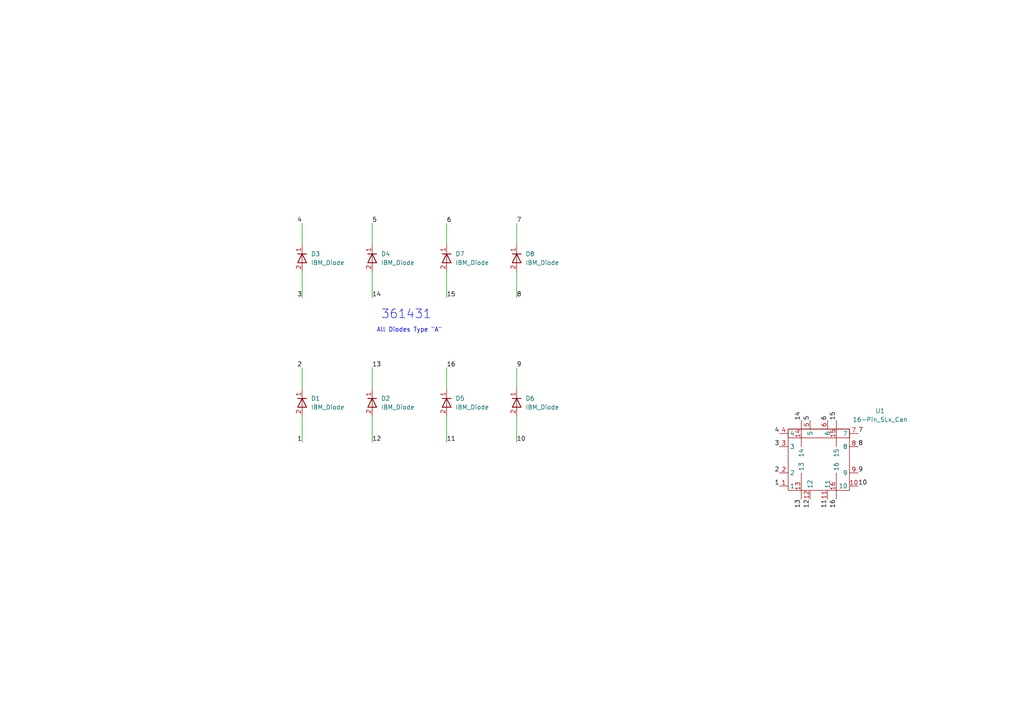
<source format=kicad_sch>
(kicad_sch (version 20211123) (generator eeschema)
  (paper "A4")
  (lib_symbols
    (symbol "IBM_SLT-SLD:16-Pin_SLx_Can"
      (property "Reference" "U" (at 0 -2.54 0))
      (property "Value" "16-Pin_SLx_Can" (at 0 0 0))
      (symbol "16-Pin_SLx_Can_0_1"
        (rectangle (start -8.89 8.89) (end 8.89 -8.89))
        (rectangle (start -8.89 8.89) (end 8.89 6.35))
      )
      (symbol "16-Pin_SLx_Can_1_1"
        (pin passive line (at -11.43 -7.62 0) (length 2.54) (name "1") (number "1"))
        (pin passive line (at 11.43 -7.62 180) (length 2.54) (name "10") (number "10"))
        (pin passive line (at 2.54 -11.43 90) (length 2.54) (name "11") (number "11"))
        (pin passive line (at -2.54 -11.43 90) (length 2.54) (name "12") (number "12"))
        (pin passive line (at -5.08 -11.43 90) (length 7.62) (name "13") (number "13"))
        (pin passive line (at -5.08 11.43 270) (length 7.62) (name "14") (number "14"))
        (pin passive line (at 5.08 11.43 270) (length 7.62) (name "15") (number "15"))
        (pin passive line (at 5.08 -11.43 90) (length 7.62) (name "16") (number "16"))
        (pin passive line (at -11.43 -3.81 0) (length 2.54) (name "2") (number "2"))
        (pin passive line (at -11.43 3.81 0) (length 2.54) (name "3") (number "3"))
        (pin passive line (at -11.43 7.62 0) (length 2.54) (name "4") (number "4"))
        (pin passive line (at -2.54 11.43 270) (length 2.54) (name "5") (number "5"))
        (pin passive line (at 2.54 11.43 270) (length 2.54) (name "6") (number "6"))
        (pin passive line (at 11.43 7.62 180) (length 2.54) (name "7") (number "7"))
        (pin passive line (at 11.43 3.81 180) (length 2.54) (name "8") (number "8"))
        (pin passive line (at 11.43 -3.81 180) (length 2.54) (name "9") (number "9"))
      )
    )
    (symbol "IBM_SLT-SLD:IBM_Diode"
      (property "Reference" "D" (at 0 5.08 0))
      (property "Value" "IBM_Diode" (at 0 2.54 0))
      (symbol "IBM_Diode_0_1"
        (polyline (pts (xy -1.27 1.27) (xy -1.27 -1.27)) (stroke (width 0.254)))
        (polyline (pts (xy 1.27 0) (xy -1.27 0)))
        (polyline (pts (xy 1.27 1.27) (xy 1.27 -1.27) (xy -1.27 0) (xy 1.27 1.27)) (stroke (width 0.254)))
      )
      (symbol "IBM_Diode_1_1"
        (pin passive line (at -3.81 0 0) (length 2.54) (name "K") (number "1"))
        (pin passive line (at 3.81 0 180) (length 2.54) (name "A") (number "2"))
      )
    )
  )
  (wire (pts (xy 129.54 64.77) (xy 129.54 71.12)))
  (wire (pts (xy 107.95 120.65) (xy 107.95 128.27)))
  (wire (pts (xy 129.54 78.74) (xy 129.54 86.36)))
  (wire (pts (xy 149.86 78.74) (xy 149.86 86.36)))
  (wire (pts (xy 107.95 64.77) (xy 107.95 71.12)))
  (wire (pts (xy 87.63 120.65) (xy 87.63 128.27)))
  (wire (pts (xy 149.86 120.65) (xy 149.86 128.27)))
  (wire (pts (xy 87.63 64.77) (xy 87.63 71.12)))
  (wire (pts (xy 129.54 120.65) (xy 129.54 128.27)))
  (wire (pts (xy 149.86 64.77) (xy 149.86 71.12)))
  (wire (pts (xy 107.95 78.74) (xy 107.95 86.36)))
  (wire (pts (xy 87.63 78.74) (xy 87.63 86.36)))
  (wire (pts (xy 149.86 106.68) (xy 149.86 113.03)))
  (wire (pts (xy 87.63 106.68) (xy 87.63 113.03)))
  (wire (pts (xy 129.54 106.68) (xy 129.54 113.03)))
  (wire (pts (xy 107.95 106.68) (xy 107.95 113.03)))
  (text "All Diodes Type \"A\"" (at 109.22 96.52 0) (effects (font (size 1.27 1.27)) (justify left bottom)))
  (text "361431" (at 110.49 92.71 0) (effects (font (size 2.54 2.54)) (justify left bottom)))
  (label "15" (at 129.54 86.36 0))
  (label "9" (at 248.92 137.16 0))
  (label "7" (at 248.92 125.73 0))
  (label "16" (at 242.57 144.78 270))
  (label "12" (at 107.95 128.27 0))
  (label "14" (at 107.95 86.36 0))
  (label "3" (at 87.63 86.36 180))
  (label "2" (at 87.63 106.68 180))
  (label "13" (at 107.95 106.68 0))
  (label "5" (at 234.95 121.92 90))
  (label "1" (at 87.63 128.27 180))
  (label "11" (at 240.03 144.78 270))
  (label "9" (at 149.86 106.68 0))
  (label "6" (at 129.54 64.77 0))
  (label "13" (at 232.41 144.78 270))
  (label "15" (at 242.57 121.92 90))
  (label "4" (at 87.63 64.77 180))
  (label "5" (at 107.95 64.77 0))
  (label "4" (at 226.06 125.73 180))
  (label "10" (at 248.92 140.97 0))
  (label "14" (at 232.41 121.92 90))
  (label "3" (at 226.06 129.54 180))
  (label "16" (at 129.54 106.68 0))
  (label "11" (at 129.54 128.27 0))
  (label "7" (at 149.86 64.77 0))
  (label "8" (at 248.92 129.54 0))
  (label "10" (at 149.86 128.27 0))
  (label "1" (at 226.06 140.97 180))
  (label "12" (at 234.95 144.78 270))
  (label "2" (at 226.06 137.16 180))
  (label "6" (at 240.03 121.92 90))
  (label "8" (at 149.86 86.36 0))
  (symbol (lib_id "IBM_SLT-SLD:IBM_Diode") (at 149.86 116.84 270) (unit 1)
    (property "Reference" "D6" (at 152.4 115.5699 90) (effects (justify left)))
    (property "Value" "IBM_Diode" (at 152.4 118.1099 90) (effects (justify left)))
    (property "Footprint" "Diode_SMD:D_0201_0603Metric" (effects hide))
  )
  (symbol (lib_id "IBM_SLT-SLD:IBM_Diode") (at 87.63 74.93 270) (unit 1)
    (property "Reference" "D3" (at 90.17 73.6599 90) (effects (justify left)))
    (property "Value" "IBM_Diode" (at 90.17 76.1999 90) (effects (justify left)))
    (property "Footprint" "Diode_SMD:D_0201_0603Metric" (effects hide))
  )
  (symbol (lib_id "IBM_SLT-SLD:IBM_Diode") (at 107.95 74.93 270) (unit 1)
    (property "Reference" "D4" (at 110.49 73.6599 90) (effects (justify left)))
    (property "Value" "IBM_Diode" (at 110.49 76.1999 90) (effects (justify left)))
    (property "Footprint" "Diode_SMD:D_0201_0603Metric" (effects hide))
  )
  (symbol (lib_id "IBM_SLT-SLD:IBM_Diode") (at 87.63 116.84 270) (unit 1)
    (property "Reference" "D1" (at 90.17 115.5699 90) (effects (justify left)))
    (property "Value" "IBM_Diode" (at 90.17 118.1099 90) (effects (justify left)))
    (property "Footprint" "Diode_SMD:D_0201_0603Metric" (effects hide))
  )
  (symbol (lib_id "IBM_SLT-SLD:IBM_Diode") (at 149.86 74.93 270) (unit 1)
    (property "Reference" "D8" (at 152.4 73.6599 90) (effects (justify left)))
    (property "Value" "IBM_Diode" (at 152.4 76.1999 90) (effects (justify left)))
    (property "Footprint" "Diode_SMD:D_0201_0603Metric" (effects hide))
  )
  (symbol (lib_id "IBM_SLT-SLD:16-Pin_SLx_Can") (at 237.49 133.35 0) (unit 1)
    (property "Reference" "U1" (at 255.27 119.1512 0))
    (property "Value" "16-Pin_SLx_Can" (at 255.27 121.6912 0))
  )
  (symbol (lib_id "IBM_SLT-SLD:IBM_Diode") (at 107.95 116.84 270) (unit 1)
    (property "Reference" "D2" (at 110.49 115.5699 90) (effects (justify left)))
    (property "Value" "IBM_Diode" (at 110.49 118.1099 90) (effects (justify left)))
    (property "Footprint" "Diode_SMD:D_0201_0603Metric" (effects hide))
  )
  (symbol (lib_id "IBM_SLT-SLD:IBM_Diode") (at 129.54 74.93 270) (unit 1)
    (property "Reference" "D7" (at 132.08 73.6599 90) (effects (justify left)))
    (property "Value" "IBM_Diode" (at 132.08 76.1999 90) (effects (justify left)))
    (property "Footprint" "Diode_SMD:D_0201_0603Metric" (effects hide))
  )
  (symbol (lib_id "IBM_SLT-SLD:IBM_Diode") (at 129.54 116.84 270) (unit 1)
    (property "Reference" "D5" (at 132.08 115.5699 90) (effects (justify left)))
    (property "Value" "IBM_Diode" (at 132.08 118.1099 90) (effects (justify left)))
    (property "Footprint" "Diode_SMD:D_0201_0603Metric" (effects hide))
  )
)
</source>
